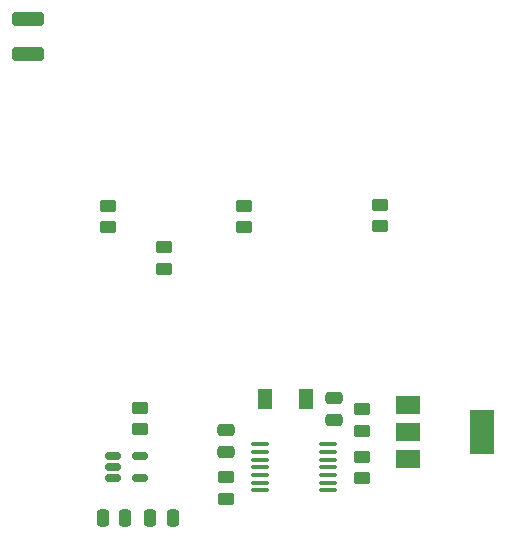
<source format=gbr>
%TF.GenerationSoftware,KiCad,Pcbnew,(6.0.0)*%
%TF.CreationDate,2022-11-21T18:04:57+01:00*%
%TF.ProjectId,fanali_coda_treno,66616e61-6c69-45f6-936f-64615f747265,rev?*%
%TF.SameCoordinates,Original*%
%TF.FileFunction,Paste,Top*%
%TF.FilePolarity,Positive*%
%FSLAX46Y46*%
G04 Gerber Fmt 4.6, Leading zero omitted, Abs format (unit mm)*
G04 Created by KiCad (PCBNEW (6.0.0)) date 2022-11-21 18:04:57*
%MOMM*%
%LPD*%
G01*
G04 APERTURE LIST*
G04 Aperture macros list*
%AMRoundRect*
0 Rectangle with rounded corners*
0 $1 Rounding radius*
0 $2 $3 $4 $5 $6 $7 $8 $9 X,Y pos of 4 corners*
0 Add a 4 corners polygon primitive as box body*
4,1,4,$2,$3,$4,$5,$6,$7,$8,$9,$2,$3,0*
0 Add four circle primitives for the rounded corners*
1,1,$1+$1,$2,$3*
1,1,$1+$1,$4,$5*
1,1,$1+$1,$6,$7*
1,1,$1+$1,$8,$9*
0 Add four rect primitives between the rounded corners*
20,1,$1+$1,$2,$3,$4,$5,0*
20,1,$1+$1,$4,$5,$6,$7,0*
20,1,$1+$1,$6,$7,$8,$9,0*
20,1,$1+$1,$8,$9,$2,$3,0*%
G04 Aperture macros list end*
%ADD10RoundRect,0.250000X-0.450000X0.262500X-0.450000X-0.262500X0.450000X-0.262500X0.450000X0.262500X0*%
%ADD11RoundRect,0.250000X0.475000X-0.250000X0.475000X0.250000X-0.475000X0.250000X-0.475000X-0.250000X0*%
%ADD12RoundRect,0.250000X1.100000X-0.325000X1.100000X0.325000X-1.100000X0.325000X-1.100000X-0.325000X0*%
%ADD13RoundRect,0.250000X0.250000X0.475000X-0.250000X0.475000X-0.250000X-0.475000X0.250000X-0.475000X0*%
%ADD14RoundRect,0.250000X-0.250000X-0.475000X0.250000X-0.475000X0.250000X0.475000X-0.250000X0.475000X0*%
%ADD15RoundRect,0.100000X-0.637500X-0.100000X0.637500X-0.100000X0.637500X0.100000X-0.637500X0.100000X0*%
%ADD16R,2.000000X1.500000*%
%ADD17R,2.000000X3.800000*%
%ADD18RoundRect,0.250000X0.450000X-0.262500X0.450000X0.262500X-0.450000X0.262500X-0.450000X-0.262500X0*%
%ADD19R,1.300000X1.700000*%
%ADD20RoundRect,0.150000X-0.512500X-0.150000X0.512500X-0.150000X0.512500X0.150000X-0.512500X0.150000X0*%
G04 APERTURE END LIST*
D10*
%TO.C,R4*%
X29250000Y-32837500D03*
X29250000Y-34662500D03*
%TD*%
D11*
%TO.C,C2*%
X27750000Y-53700000D03*
X27750000Y-51800000D03*
%TD*%
D12*
%TO.C,C5*%
X10960000Y-19985000D03*
X10960000Y-17035000D03*
%TD*%
D13*
%TO.C,C4*%
X19200000Y-59250000D03*
X17300000Y-59250000D03*
%TD*%
D10*
%TO.C,R7*%
X40750000Y-32777500D03*
X40750000Y-34602500D03*
%TD*%
D14*
%TO.C,C3*%
X21300000Y-59250000D03*
X23200000Y-59250000D03*
%TD*%
D10*
%TO.C,R2*%
X27750000Y-55837500D03*
X27750000Y-57662500D03*
%TD*%
D15*
%TO.C,U1*%
X30637500Y-53050000D03*
X30637500Y-53700000D03*
X30637500Y-54350000D03*
X30637500Y-55000000D03*
X30637500Y-55650000D03*
X30637500Y-56300000D03*
X30637500Y-56950000D03*
X36362500Y-56950000D03*
X36362500Y-56300000D03*
X36362500Y-55650000D03*
X36362500Y-55000000D03*
X36362500Y-54350000D03*
X36362500Y-53700000D03*
X36362500Y-53050000D03*
%TD*%
D16*
%TO.C,Q1*%
X43100000Y-49700000D03*
X43100000Y-52000000D03*
X43100000Y-54300000D03*
D17*
X49400000Y-52000000D03*
%TD*%
D18*
%TO.C,R3*%
X39250000Y-55912500D03*
X39250000Y-54087500D03*
%TD*%
D19*
%TO.C,D1*%
X31016000Y-49250000D03*
X34516000Y-49250000D03*
%TD*%
D20*
%TO.C,U2*%
X18162500Y-54020000D03*
X18162500Y-54970000D03*
X18162500Y-55920000D03*
X20437500Y-55920000D03*
X20437500Y-54020000D03*
%TD*%
D11*
%TO.C,C1*%
X36860000Y-51010000D03*
X36860000Y-49110000D03*
%TD*%
D10*
%TO.C,R8*%
X17750000Y-32837500D03*
X17750000Y-34662500D03*
%TD*%
D18*
%TO.C,R5*%
X20410000Y-51780000D03*
X20410000Y-49955000D03*
%TD*%
%TO.C,R1*%
X39250000Y-51912500D03*
X39250000Y-50087500D03*
%TD*%
D10*
%TO.C,R6*%
X22500000Y-36337500D03*
X22500000Y-38162500D03*
%TD*%
M02*

</source>
